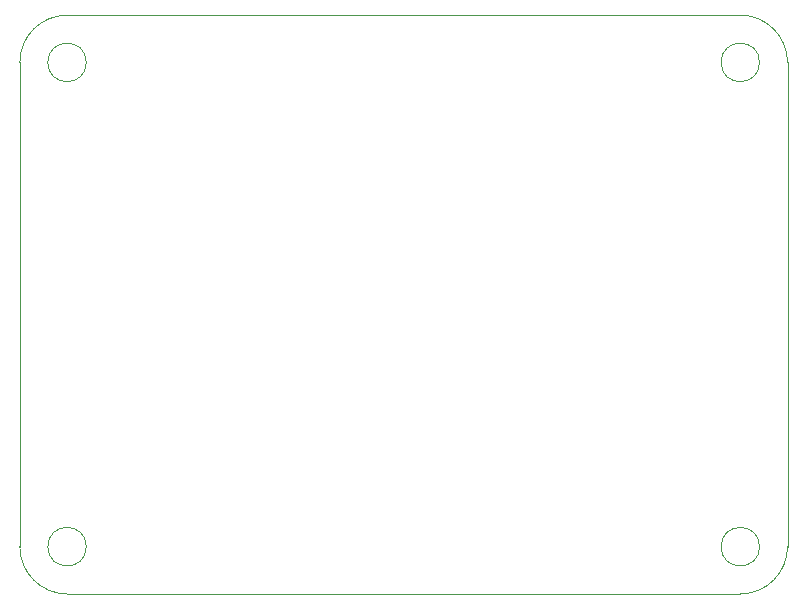
<source format=gbr>
G04 #@! TF.FileFunction,Profile,NP*
%FSLAX46Y46*%
G04 Gerber Fmt 4.6, Leading zero omitted, Abs format (unit mm)*
G04 Created by KiCad (PCBNEW 4.0.7-e2-6376~58~ubuntu14.04.1) date Tue Feb 20 00:05:23 2018*
%MOMM*%
%LPD*%
G01*
G04 APERTURE LIST*
%ADD10C,0.100000*%
G04 APERTURE END LIST*
D10*
X128564000Y-58060000D02*
X128564000Y-99060000D01*
X63564000Y-58060000D02*
X63564000Y-99060000D01*
X126195950Y-99060000D02*
G75*
G03X126195950Y-99060000I-1631950J0D01*
G01*
X63564000Y-58060000D02*
G75*
G02X67564000Y-54060000I4000000J0D01*
G01*
X124564000Y-103060000D02*
X67564000Y-103060000D01*
X69195950Y-99060000D02*
G75*
G03X69195950Y-99060000I-1631950J0D01*
G01*
X69195950Y-58060000D02*
G75*
G03X69195950Y-58060000I-1631950J0D01*
G01*
X124564000Y-54060000D02*
X67564000Y-54060000D01*
X128564000Y-99060000D02*
G75*
G02X124564000Y-103060000I-4000000J0D01*
G01*
X124564000Y-54060000D02*
G75*
G02X128564000Y-58060000I0J-4000000D01*
G01*
X126195950Y-58060000D02*
G75*
G03X126195950Y-58060000I-1631950J0D01*
G01*
X67564000Y-103060000D02*
G75*
G02X63564000Y-99060000I0J4000000D01*
G01*
M02*

</source>
